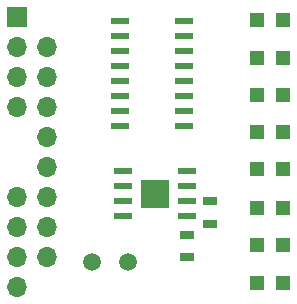
<source format=gbr>
G04 #@! TF.FileFunction,Soldermask,Top*
%FSLAX46Y46*%
G04 Gerber Fmt 4.6, Leading zero omitted, Abs format (unit mm)*
G04 Created by KiCad (PCBNEW 4.0.0-rc1-stable) date 23/04/2017 15:22:08*
%MOMM*%
G01*
G04 APERTURE LIST*
%ADD10C,0.076200*%
%ADD11R,1.200000X1.200000*%
%ADD12R,1.700000X1.700000*%
%ADD13O,1.700000X1.700000*%
%ADD14R,1.300000X0.700000*%
%ADD15R,1.550000X0.600000*%
%ADD16R,1.175000X1.175000*%
%ADD17R,1.500000X0.600000*%
%ADD18C,1.500000*%
G04 APERTURE END LIST*
D10*
D11*
X176039600Y-109982000D03*
X178239600Y-109982000D03*
X176039600Y-113182400D03*
X178239600Y-113182400D03*
X176039600Y-116332000D03*
X178239600Y-116332000D03*
X176039600Y-119481600D03*
X178239600Y-119481600D03*
X176039600Y-122580400D03*
X178239600Y-122580400D03*
X176039600Y-125882400D03*
X178239600Y-125882400D03*
X176039600Y-129032000D03*
X178239600Y-129032000D03*
X176039600Y-132232400D03*
X178239600Y-132232400D03*
D12*
X155702000Y-109728000D03*
D13*
X155702000Y-112268000D03*
X158242000Y-112268000D03*
X155702000Y-114808000D03*
X158242000Y-114808000D03*
X155702000Y-117348000D03*
X158242000Y-117348000D03*
X158242000Y-119888000D03*
X158242000Y-122428000D03*
X155702000Y-124968000D03*
X158242000Y-124968000D03*
X155702000Y-127508000D03*
X158242000Y-127508000D03*
X155702000Y-130048000D03*
X158242000Y-130048000D03*
X155702000Y-132588000D03*
D14*
X170116500Y-128209000D03*
X170116500Y-130109000D03*
X172021500Y-125351500D03*
X172021500Y-127251500D03*
D15*
X164686000Y-122809000D03*
X164686000Y-124079000D03*
X164686000Y-125349000D03*
X164686000Y-126619000D03*
X170086000Y-126619000D03*
X170086000Y-125349000D03*
X170086000Y-124079000D03*
X170086000Y-122809000D03*
D16*
X167973500Y-125301500D03*
X167973500Y-124126500D03*
X166798500Y-125301500D03*
X166798500Y-124126500D03*
D17*
X169832000Y-118999000D03*
X169832000Y-117729000D03*
X169832000Y-116459000D03*
X169832000Y-115189000D03*
X169832000Y-113919000D03*
X169832000Y-112649000D03*
X169832000Y-111379000D03*
X169832000Y-110109000D03*
X164432000Y-110109000D03*
X164432000Y-111379000D03*
X164432000Y-112649000D03*
X164432000Y-113919000D03*
X164432000Y-115189000D03*
X164432000Y-116459000D03*
X164432000Y-117729000D03*
X164432000Y-118999000D03*
D18*
X162076000Y-130454400D03*
X165076000Y-130454400D03*
M02*

</source>
